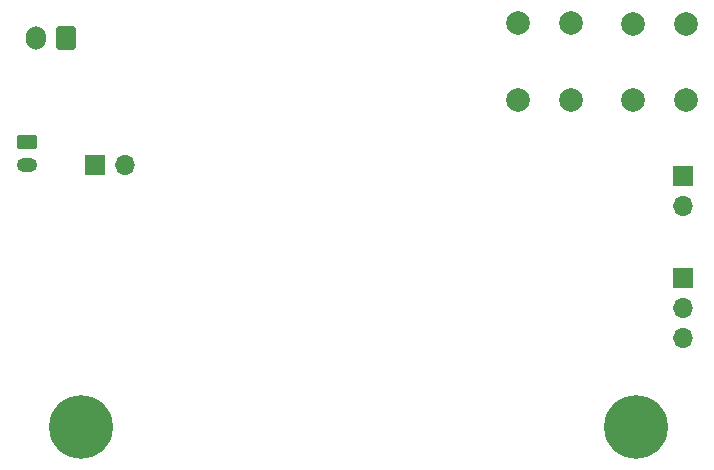
<source format=gbr>
%TF.GenerationSoftware,KiCad,Pcbnew,7.0.10*%
%TF.CreationDate,2024-04-03T10:39:24+02:00*%
%TF.ProjectId,Humi,48756d69-2e6b-4696-9361-645f70636258,rev?*%
%TF.SameCoordinates,Original*%
%TF.FileFunction,Soldermask,Bot*%
%TF.FilePolarity,Negative*%
%FSLAX46Y46*%
G04 Gerber Fmt 4.6, Leading zero omitted, Abs format (unit mm)*
G04 Created by KiCad (PCBNEW 7.0.10) date 2024-04-03 10:39:24*
%MOMM*%
%LPD*%
G01*
G04 APERTURE LIST*
G04 Aperture macros list*
%AMRoundRect*
0 Rectangle with rounded corners*
0 $1 Rounding radius*
0 $2 $3 $4 $5 $6 $7 $8 $9 X,Y pos of 4 corners*
0 Add a 4 corners polygon primitive as box body*
4,1,4,$2,$3,$4,$5,$6,$7,$8,$9,$2,$3,0*
0 Add four circle primitives for the rounded corners*
1,1,$1+$1,$2,$3*
1,1,$1+$1,$4,$5*
1,1,$1+$1,$6,$7*
1,1,$1+$1,$8,$9*
0 Add four rect primitives between the rounded corners*
20,1,$1+$1,$2,$3,$4,$5,0*
20,1,$1+$1,$4,$5,$6,$7,0*
20,1,$1+$1,$6,$7,$8,$9,0*
20,1,$1+$1,$8,$9,$2,$3,0*%
G04 Aperture macros list end*
%ADD10C,5.400000*%
%ADD11R,1.700000X1.700000*%
%ADD12O,1.700000X1.700000*%
%ADD13C,2.000000*%
%ADD14RoundRect,0.250000X-0.625000X0.350000X-0.625000X-0.350000X0.625000X-0.350000X0.625000X0.350000X0*%
%ADD15O,1.750000X1.200000*%
%ADD16RoundRect,0.250000X0.600000X0.750000X-0.600000X0.750000X-0.600000X-0.750000X0.600000X-0.750000X0*%
%ADD17O,1.700000X2.000000*%
G04 APERTURE END LIST*
D10*
%TO.C,H2*%
X124000000Y-112400000D03*
%TD*%
%TO.C,H1*%
X171000000Y-112400000D03*
%TD*%
D11*
%TO.C,J1*%
X175000000Y-99825000D03*
D12*
X175000000Y-102365000D03*
X175000000Y-104905000D03*
%TD*%
D13*
%TO.C,SW_FLASH1*%
X161026750Y-78200000D03*
X161026750Y-84700000D03*
X165526750Y-78200000D03*
X165526750Y-84700000D03*
%TD*%
D14*
%TO.C,J3*%
X119500000Y-88250000D03*
D15*
X119500000Y-90250000D03*
%TD*%
D11*
%TO.C,J5*%
X125260000Y-90250000D03*
D12*
X127800000Y-90250000D03*
%TD*%
D11*
%TO.C,J2*%
X175000000Y-91125000D03*
D12*
X175000000Y-93665000D03*
%TD*%
D13*
%TO.C,SW_RST1*%
X175250000Y-84750000D03*
X175250000Y-78250000D03*
X170750000Y-84750000D03*
X170750000Y-78250000D03*
%TD*%
D16*
%TO.C,J4*%
X122750000Y-79500000D03*
D17*
X120250000Y-79500000D03*
%TD*%
M02*

</source>
